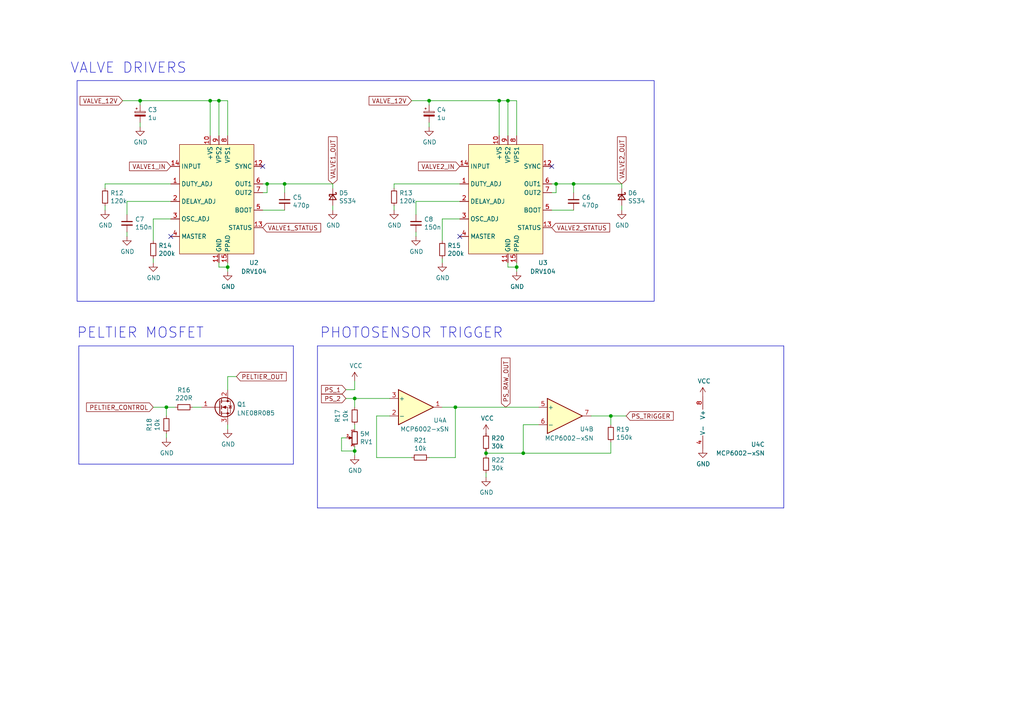
<source format=kicad_sch>
(kicad_sch (version 20230121) (generator eeschema)
  (paper "A4")
  (title_block (title "Pip Control Board") (date "2024-02-18") (rev "v3") (company "Max Hunter"))
  (lib_symbols
    (symbol "Amplifier_Operational:MCP6002-xSN" (pin_names (offset 0.127))
      (property "Reference" "U" (at 0 5.08 0))
      (property "Value" "MCP6002-xSN" (at 0 -5.08 0))
      (symbol "MCP6002-xSN_1_1"
        (polyline (pts (xy -5.08 5.08) (xy 5.08 0) (xy -5.08 -5.08) (xy -5.08 5.08)) (stroke (width 0.254)) (fill (type background)))
        (pin output line (at 7.62 0 180) (length 2.54) (name "~") (number "1"))
        (pin input line (at -7.62 -2.54 0) (length 2.54) (name "-") (number "2"))
        (pin input line (at -7.62 2.54 0) (length 2.54) (name "+") (number "3"))
      )
      (symbol "MCP6002-xSN_2_1"
        (polyline (pts (xy -5.08 5.08) (xy 5.08 0) (xy -5.08 -5.08) (xy -5.08 5.08)) (stroke (width 0.254)) (fill (type background)))
        (pin input line (at -7.62 2.54 0) (length 2.54) (name "+") (number "5"))
        (pin input line (at -7.62 -2.54 0) (length 2.54) (name "-") (number "6"))
        (pin output line (at 7.62 0 180) (length 2.54) (name "~") (number "7"))
      )
      (symbol "MCP6002-xSN_3_1"
        (pin power_in line (at -2.54 -7.62 90) (length 3.81) (name "V-") (number "4"))
        (pin power_in line (at -2.54 7.62 270) (length 3.81) (name "V+") (number "8"))
      )
    )
    (symbol "Device:C_Small" (pin_numbers hide) (pin_names (offset 0.254) hide)
      (property "Reference" "C" (at 0.254 1.778 0))
      (property "Value" "C_Small" (at 0.254 -2.032 0))
      (symbol "C_Small_0_1"
        (polyline (pts (xy -1.524 -0.508) (xy 1.524 -0.508)) (stroke (width 0.3302)))
        (polyline (pts (xy -1.524 0.508) (xy 1.524 0.508)) (stroke (width 0.3048)))
      )
      (symbol "C_Small_1_1"
        (pin passive line (at 0 2.54 270) (length 2.032) (name "~") (number "1"))
        (pin passive line (at 0 -2.54 90) (length 2.032) (name "~") (number "2"))
      )
    )
    (symbol "Device:D_Schottky_Small" (pin_numbers hide) (pin_names (offset 0.254) hide)
      (property "Reference" "D" (at -1.27 2.032 0))
      (property "Value" "D_Schottky_Small" (at -7.112 -2.032 0))
      (symbol "D_Schottky_Small_0_1"
        (polyline (pts (xy -0.762 0) (xy 0.762 0)))
        (polyline (pts (xy 0.762 -1.016) (xy -0.762 0) (xy 0.762 1.016) (xy 0.762 -1.016)) (stroke (width 0.254)))
        (polyline (pts (xy -1.27 0.762) (xy -1.27 1.016) (xy -0.762 1.016) (xy -0.762 -1.016) (xy -0.254 -1.016) (xy -0.254 -0.762)) (stroke (width 0.254)))
      )
      (symbol "D_Schottky_Small_1_1"
        (pin passive line (at -2.54 0 0) (length 1.778) (name "K") (number "1"))
        (pin passive line (at 2.54 0 180) (length 1.778) (name "A") (number "2"))
      )
    )
    (symbol "Device:Q_NMOS_GDS" (pin_names (offset 0) hide)
      (property "Reference" "Q" (at 5.08 1.27 0))
      (property "Value" "Q_NMOS_GDS" (at 5.08 -1.27 0))
      (symbol "Q_NMOS_GDS_0_1"
        (polyline (pts (xy 0.254 0) (xy -2.54 0)))
        (polyline (pts (xy 0.254 1.905) (xy 0.254 -1.905)) (stroke (width 0.254)))
        (polyline (pts (xy 0.762 -1.27) (xy 0.762 -2.286)) (stroke (width 0.254)))
        (polyline (pts (xy 0.762 0.508) (xy 0.762 -0.508)) (stroke (width 0.254)))
        (polyline (pts (xy 0.762 2.286) (xy 0.762 1.27)) (stroke (width 0.254)))
        (polyline (pts (xy 2.54 2.54) (xy 2.54 1.778)))
        (polyline (pts (xy 2.54 -2.54) (xy 2.54 0) (xy 0.762 0)))
        (polyline (pts (xy 0.762 -1.778) (xy 3.302 -1.778) (xy 3.302 1.778) (xy 0.762 1.778)))
        (polyline (pts (xy 1.016 0) (xy 2.032 0.381) (xy 2.032 -0.381) (xy 1.016 0)) (fill (type outline)))
        (polyline (pts (xy 2.794 0.508) (xy 2.921 0.381) (xy 3.683 0.381) (xy 3.81 0.254)))
        (polyline (pts (xy 3.302 0.381) (xy 2.921 -0.254) (xy 3.683 -0.254) (xy 3.302 0.381)))
        (circle (center 1.651 0) (radius 2.794) (stroke (width 0.254)))
        (circle (center 2.54 -1.778) (radius 0.254) (fill (type outline)))
        (circle (center 2.54 1.778) (radius 0.254) (fill (type outline)))
      )
      (symbol "Q_NMOS_GDS_1_1"
        (pin input line (at -5.08 0 0) (length 2.54) (name "G") (number "1"))
        (pin passive line (at 2.54 5.08 270) (length 2.54) (name "D") (number "2"))
        (pin passive line (at 2.54 -5.08 90) (length 2.54) (name "S") (number "3"))
      )
    )
    (symbol "Device:R_Small" (pin_numbers hide) (pin_names (offset 0.254) hide)
      (property "Reference" "R" (at 0.762 0.508 0))
      (property "Value" "R_Small" (at 0.762 -1.016 0))
      (symbol "R_Small_0_1"
        (rectangle (start -0.762 1.778) (end 0.762 -1.778) (stroke (width 0.2032)))
      )
      (symbol "R_Small_1_1"
        (pin passive line (at 0 2.54 270) (length 0.762) (name "~") (number "1"))
        (pin passive line (at 0 -2.54 90) (length 0.762) (name "~") (number "2"))
      )
    )
    (symbol "PipControlBoard-rescue:CP_Small-Device" (pin_numbers hide) (pin_names (offset 0.254) hide)
      (property "Reference" "C" (at 0.254 1.778 0))
      (property "Value" "CP_Small-Device" (at 0.254 -2.032 0))
      (symbol "CP_Small-Device_0_1"
        (rectangle (start -1.524 -0.3048) (end 1.524 -0.6858) (fill (type outline)))
        (rectangle (start -1.524 0.6858) (end 1.524 0.3048))
        (polyline (pts (xy -1.27 1.524) (xy -0.762 1.524)))
        (polyline (pts (xy -1.016 1.27) (xy -1.016 1.778)))
      )
      (symbol "CP_Small-Device_1_1"
        (pin passive line (at 0 2.54 270) (length 1.8542) (name "~") (number "1"))
        (pin passive line (at 0 -2.54 90) (length 1.8542) (name "~") (number "2"))
      )
    )
    (symbol "PipControlBoard-rescue:R_POT_Small-Device" (pin_names (offset 1.016) hide)
      (property "Reference" "RV" (at -4.445 0 90))
      (property "Value" "R_POT_Small-Device" (at -2.54 0 90))
      (symbol "R_POT_Small-Device_0_1"
        (polyline (pts (xy 0.889 0) (xy 0.635 0) (xy 1.651 0.381) (xy 1.651 -0.381) (xy 0.635 0) (xy 0.889 0)) (fill (type outline)))
        (rectangle (start 0.762 1.8034) (end -0.762 -1.8034) (stroke (width 0.254)))
      )
      (symbol "R_POT_Small-Device_1_1"
        (pin passive line (at 0 2.54 270) (length 0.635) (name "1") (number "1"))
        (pin passive line (at 2.54 0 180) (length 0.9906) (name "2") (number "2"))
        (pin passive line (at 0 -2.54 90) (length 0.635) (name "3") (number "3"))
      )
    )
    (symbol "maxlibrary:DRV104"
      (property "Reference" "U" (at 7.62 -13.97 0))
      (property "Value" "DRV104" (at 7.62 -16.51 0))
      (symbol "DRV104_0_0"
        (pin input line (at -13.97 10.16 0) (length 2.54) (name "DUTY_ADJ") (number "1"))
        (pin power_in line (at -2.54 24.13 270) (length 2.54) (name "+VS") (number "10"))
        (pin power_in line (at 0 -12.7 90) (length 2.54) (name "GND") (number "11"))
        (pin bidirectional line (at 12.7 15.24 180) (length 2.54) (name "SYNC") (number "12"))
        (pin output line (at 12.7 -2.54 180) (length 2.54) (name "STATUS") (number "13"))
        (pin input line (at -13.97 15.24 0) (length 2.54) (name "INPUT") (number "14"))
        (pin power_in line (at 2.54 -12.7 90) (length 2.54) (name "PPAD") (number "15"))
        (pin input line (at -13.97 5.08 0) (length 2.54) (name "DELAY_ADJ") (number "2"))
        (pin input line (at -13.97 0 0) (length 2.54) (name "OSC_ADJ") (number "3"))
        (pin input line (at -13.97 -5.08 0) (length 2.54) (name "MASTER") (number "4"))
        (pin input line (at 12.7 2.54 180) (length 2.54) (name "BOOT") (number "5"))
        (pin power_out line (at 12.7 10.16 180) (length 2.54) (name "OUT1") (number "6"))
        (pin power_out line (at 12.7 7.62 180) (length 2.54) (name "OUT2") (number "7"))
        (pin power_in line (at 2.54 24.13 270) (length 2.54) (name "VPS1") (number "8"))
        (pin power_in line (at 0 24.13 270) (length 2.54) (name "VPS2") (number "9"))
      )
      (symbol "DRV104_0_1"
        (rectangle (start 10.16 -10.16) (end -11.43 21.59) (fill (type background)))
      )
    )
    (symbol "power:GND" (power) (pin_names (offset 0))
      (property "Value" "GND" (at 0 -3.81 0))
      (symbol "GND_0_1"
        (polyline (pts (xy 0 0) (xy 0 -1.27) (xy 1.27 -1.27) (xy 0 -2.54) (xy -1.27 -1.27) (xy 0 -1.27)))
      )
      (symbol "GND_1_1"
        (pin power_in line (at 0 0 270) (length 0) hide (name "GND") (number "1"))
      )
    )
    (symbol "power:VCC" (power) (pin_names (offset 0))
      (property "Value" "VCC" (at 0 3.81 0))
      (symbol "VCC_0_1"
        (polyline (pts (xy -0.762 1.27) (xy 0 2.54)))
        (polyline (pts (xy 0 0) (xy 0 2.54)))
        (polyline (pts (xy 0 2.54) (xy 0.762 1.27)))
      )
      (symbol "VCC_1_1"
        (pin power_in line (at 0 0 90) (length 0) hide (name "VCC") (number "1"))
      )
    )
  )
  (junction (at 102.87 130.81))
  (junction (at 102.87 115.57))
  (junction (at 63.5 29.21))
  (junction (at 177.165 120.65))
  (junction (at 140.97 131.445))
  (junction (at 77.47 53.34))
  (junction (at 144.78 29.21))
  (junction (at 48.26 118.11))
  (junction (at 161.29 53.34))
  (junction (at 151.765 131.445))
  (junction (at 60.96 29.21))
  (junction (at 147.32 29.21))
  (junction (at 124.46 29.21))
  (junction (at 82.55 53.34))
  (junction (at 132.08 118.11))
  (junction (at 149.86 77.47))
  (junction (at 66.04 77.47))
  (junction (at 166.37 53.34))
  (junction (at 40.64 29.21))
  (no_connect (at 133.35 68.58))
  (no_connect (at 76.2 48.26))
  (no_connect (at 49.53 68.58))
  (no_connect (at 160.02 48.26))
  (wire (pts (xy 149.86 29.21) (xy 149.86 39.37)))
  (wire (pts (xy 181.61 120.65) (xy 177.165 120.65)))
  (wire (pts (xy 140.97 132.08) (xy 140.97 131.445)))
  (wire (pts (xy 102.87 123.19) (xy 102.87 124.46)))
  (wire (pts (xy 128.27 63.5) (xy 128.27 69.85)))
  (wire (pts (xy 140.97 138.43) (xy 140.97 137.16)))
  (wire (pts (xy 147.32 29.21) (xy 149.86 29.21)))
  (wire (pts (xy 40.64 29.21) (xy 40.64 30.48)))
  (wire (pts (xy 102.87 113.03) (xy 100.33 113.03)))
  (wire (pts (xy 114.3 53.34) (xy 133.35 53.34)))
  (polyline (pts (xy 22.86 100.33) (xy 85.09 100.33)))
  (wire (pts (xy 133.35 63.5) (xy 128.27 63.5)))
  (wire (pts (xy 177.165 120.65) (xy 177.165 123.19)))
  (wire (pts (xy 149.86 78.74) (xy 149.86 77.47)))
  (wire (pts (xy 166.37 55.88) (xy 166.37 53.34)))
  (wire (pts (xy 76.2 53.34) (xy 77.47 53.34)))
  (wire (pts (xy 30.48 53.34) (xy 49.53 53.34)))
  (wire (pts (xy 156.21 123.19) (xy 151.765 123.19)))
  (wire (pts (xy 100.33 127) (xy 99.06 127)))
  (wire (pts (xy 171.45 120.65) (xy 177.165 120.65)))
  (polyline (pts (xy 85.09 100.33) (xy 85.09 134.62)))
  (wire (pts (xy 124.46 29.21) (xy 124.46 30.48)))
  (wire (pts (xy 96.52 59.69) (xy 96.52 60.96)))
  (wire (pts (xy 109.22 132.715) (xy 119.38 132.715)))
  (wire (pts (xy 100.33 115.57) (xy 102.87 115.57)))
  (wire (pts (xy 60.96 29.21) (xy 63.5 29.21)))
  (wire (pts (xy 120.65 62.23) (xy 120.65 58.42)))
  (wire (pts (xy 166.37 53.34) (xy 180.34 53.34)))
  (wire (pts (xy 82.55 55.88) (xy 82.55 53.34)))
  (wire (pts (xy 102.87 115.57) (xy 113.03 115.57)))
  (wire (pts (xy 144.78 29.21) (xy 147.32 29.21)))
  (wire (pts (xy 60.96 29.21) (xy 60.96 39.37)))
  (wire (pts (xy 102.87 130.81) (xy 102.87 129.54)))
  (wire (pts (xy 124.46 29.21) (xy 144.78 29.21)))
  (wire (pts (xy 113.03 120.65) (xy 109.22 120.65)))
  (wire (pts (xy 151.765 131.445) (xy 177.165 131.445)))
  (wire (pts (xy 160.02 60.96) (xy 166.37 60.96)))
  (wire (pts (xy 30.48 53.34) (xy 30.48 54.61)))
  (wire (pts (xy 161.29 55.88) (xy 161.29 53.34)))
  (wire (pts (xy 66.04 109.22) (xy 66.04 113.03)))
  (wire (pts (xy 114.3 59.69) (xy 114.3 60.96)))
  (wire (pts (xy 160.02 55.88) (xy 161.29 55.88)))
  (wire (pts (xy 44.45 74.93) (xy 44.45 76.2)))
  (wire (pts (xy 120.65 67.31) (xy 120.65 68.58)))
  (wire (pts (xy 48.26 118.11) (xy 48.26 120.65)))
  (wire (pts (xy 49.53 63.5) (xy 44.45 63.5)))
  (wire (pts (xy 77.47 55.88) (xy 77.47 53.34)))
  (wire (pts (xy 151.765 123.19) (xy 151.765 131.445)))
  (wire (pts (xy 160.02 53.34) (xy 161.29 53.34)))
  (wire (pts (xy 109.22 120.65) (xy 109.22 132.715)))
  (wire (pts (xy 149.86 77.47) (xy 149.86 76.2)))
  (wire (pts (xy 132.08 118.11) (xy 156.21 118.11)))
  (polyline (pts (xy 92.075 100.33) (xy 92.075 147.32)))
  (wire (pts (xy 120.65 58.42) (xy 133.35 58.42)))
  (wire (pts (xy 66.04 77.47) (xy 63.5 77.47)))
  (wire (pts (xy 124.46 35.56) (xy 124.46 36.83)))
  (polyline (pts (xy 92.075 100.33) (xy 227.33 100.33)))
  (wire (pts (xy 82.55 53.34) (xy 96.52 53.34)))
  (polyline (pts (xy 227.33 147.32) (xy 227.33 100.33)))
  (wire (pts (xy 140.97 131.445) (xy 151.765 131.445)))
  (wire (pts (xy 147.32 77.47) (xy 147.32 76.2)))
  (wire (pts (xy 66.04 77.47) (xy 66.04 76.2)))
  (wire (pts (xy 40.64 29.21) (xy 60.96 29.21)))
  (polyline (pts (xy 92.075 147.32) (xy 227.33 147.32)))
  (wire (pts (xy 102.87 110.49) (xy 102.87 113.03)))
  (wire (pts (xy 128.27 74.93) (xy 128.27 76.2)))
  (wire (pts (xy 66.04 29.21) (xy 66.04 39.37)))
  (wire (pts (xy 102.87 132.08) (xy 102.87 130.81)))
  (wire (pts (xy 96.52 53.34) (xy 96.52 54.61)))
  (wire (pts (xy 50.8 118.11) (xy 48.26 118.11)))
  (wire (pts (xy 99.06 127) (xy 99.06 130.81)))
  (wire (pts (xy 36.83 67.31) (xy 36.83 68.58)))
  (wire (pts (xy 102.87 115.57) (xy 102.87 118.11)))
  (wire (pts (xy 180.34 59.69) (xy 180.34 60.96)))
  (wire (pts (xy 58.42 118.11) (xy 55.88 118.11)))
  (wire (pts (xy 44.45 63.5) (xy 44.45 69.85)))
  (wire (pts (xy 128.27 118.11) (xy 132.08 118.11)))
  (wire (pts (xy 177.165 128.27) (xy 177.165 131.445)))
  (polyline (pts (xy 22.86 134.62) (xy 22.86 100.33)))
  (wire (pts (xy 119.38 29.21) (xy 124.46 29.21)))
  (wire (pts (xy 40.64 35.56) (xy 40.64 36.83)))
  (wire (pts (xy 63.5 29.21) (xy 66.04 29.21)))
  (wire (pts (xy 76.2 55.88) (xy 77.47 55.88)))
  (wire (pts (xy 36.83 62.23) (xy 36.83 58.42)))
  (wire (pts (xy 63.5 29.21) (xy 63.5 39.37)))
  (wire (pts (xy 149.86 77.47) (xy 147.32 77.47)))
  (wire (pts (xy 35.56 29.21) (xy 40.64 29.21)))
  (wire (pts (xy 30.48 59.69) (xy 30.48 60.96)))
  (wire (pts (xy 180.34 53.34) (xy 180.34 54.61)))
  (wire (pts (xy 132.08 118.11) (xy 132.08 132.715)))
  (wire (pts (xy 77.47 53.34) (xy 82.55 53.34)))
  (wire (pts (xy 114.3 53.34) (xy 114.3 54.61)))
  (wire (pts (xy 68.58 109.22) (xy 66.04 109.22)))
  (wire (pts (xy 48.26 118.11) (xy 44.45 118.11)))
  (wire (pts (xy 140.97 131.445) (xy 140.97 130.81)))
  (wire (pts (xy 76.2 60.96) (xy 82.55 60.96)))
  (wire (pts (xy 66.04 78.74) (xy 66.04 77.47)))
  (wire (pts (xy 161.29 53.34) (xy 166.37 53.34)))
  (wire (pts (xy 144.78 29.21) (xy 144.78 39.37)))
  (wire (pts (xy 66.04 124.46) (xy 66.04 123.19)))
  (polyline (pts (xy 85.09 134.62) (xy 22.86 134.62)))
  (wire (pts (xy 147.32 29.21) (xy 147.32 39.37)))
  (wire (pts (xy 48.26 125.73) (xy 48.26 127)))
  (wire (pts (xy 36.83 58.42) (xy 49.53 58.42)))
  (wire (pts (xy 63.5 77.47) (xy 63.5 76.2)))
  (wire (pts (xy 99.06 130.81) (xy 102.87 130.81)))
  (wire (pts (xy 132.08 132.715) (xy 124.46 132.715)))
  (rectangle (start 22.352 23.368) (end 189.738 87.376))
  (text "PHOTOSENSOR TRIGGER" (at 92.71 98.425 0) (effects (font (size 2.9972 2.9972)) (justify left bottom)))
  (text "PELTIER MOSFET" (at 22.225 98.425 0) (effects (font (size 2.9972 2.9972)) (justify left bottom)))
  (text "VALVE DRIVERS" (at 20.32 21.59 0) (effects (font (size 2.9972 2.9972)) (justify left bottom)))
  (global_label "VALVE2_OUT" (shape input) (at 180.34 53.34 90) (property "Intersheetrefs" "${INTERSHEET_REFS}" (effects hide)))
  (global_label "VALVE_12V" (shape input) (at 119.38 29.21 180) (property "Intersheetrefs" "${INTERSHEET_REFS}" (effects hide)))
  (global_label "VALVE_12V" (shape input) (at 35.56 29.21 180) (property "Intersheetrefs" "${INTERSHEET_REFS}" (effects hide)))
  (global_label "PS_2" (shape input) (at 100.33 115.57 180) (property "Intersheetrefs" "${INTERSHEET_REFS}" (effects hide)))
  (global_label "PS_RAW_OUT" (shape input) (at 146.685 118.11 90) (property "Intersheetrefs" "${INTERSHEET_REFS}" (effects hide)))
  (global_label "PS_TRIGGER" (shape input) (at 181.61 120.65 0) (property "Intersheetrefs" "${INTERSHEET_REFS}" (effects hide)))
  (global_label "PELTIER_CONTROL" (shape input) (at 44.45 118.11 180) (property "Intersheetrefs" "${INTERSHEET_REFS}" (effects hide)))
  (global_label "VALVE2_IN" (shape input) (at 133.35 48.26 180) (property "Intersheetrefs" "${INTERSHEET_REFS}" (effects hide)))
  (global_label "PS_1" (shape input) (at 100.33 113.03 180) (property "Intersheetrefs" "${INTERSHEET_REFS}" (effects hide)))
  (global_label "VALVE1_STATUS" (shape input) (at 76.2 66.04 0) (property "Intersheetrefs" "${INTERSHEET_REFS}" (effects hide)))
  (global_label "VALVE1_OUT" (shape input) (at 96.52 53.34 90) (property "Intersheetrefs" "${INTERSHEET_REFS}" (effects hide)))
  (global_label "VALVE2_STATUS" (shape input) (at 160.02 66.04 0) (property "Intersheetrefs" "${INTERSHEET_REFS}" (effects hide)))
  (global_label "VALVE1_IN" (shape input) (at 49.53 48.26 180) (property "Intersheetrefs" "${INTERSHEET_REFS}" (effects hide)))
  (global_label "PELTIER_OUT" (shape input) (at 68.58 109.22 0) (property "Intersheetrefs" "${INTERSHEET_REFS}" (effects hide)))
  (symbol (lib_id "maxlibrary:DRV104") (at 63.5 63.5 0) (unit 1)
    (property "Reference" "U2" (at 73.66 76.2 0))
    (property "Value" "DRV104" (at 73.66 78.74 0))
    (property "Footprint" "Package_SO:HTSSOP-14-1EP_4.4x5mm_P0.65mm_EP3.4x5mm_Mask3x3.1mm_ThermalVias" (effects hide))
    (property "Datasheet" "http://www.ti.com/lit/ds/symlink/drv2510-q1.pdf" (effects hide))
    (property "LCSC Part #" "C1556572" (effects hide))
  )
  (symbol (lib_id "power:GND") (at 66.04 78.74 0) (unit 1)
    (property "Reference" "#PWR037" (effects hide))
    (property "Value" "GND" (at 66.167 83.1342 0))
  )
  (symbol (lib_id "PipControlBoard-rescue:CP_Small-Device") (at 40.64 33.02 0) (unit 1)
    (property "Reference" "C3" (at 42.8752 31.8516 0) (effects (justify left)))
    (property "Value" "1u" (at 42.8752 34.163 0) (effects (justify left)))
    (property "Footprint" "Capacitor_SMD:C_0603_1608Metric" (effects hide))
    (property "LCSC Part #" "C15849" (effects hide))
  )
  (symbol (lib_id "power:GND") (at 40.64 36.83 0) (unit 1)
    (property "Reference" "#PWR027" (effects hide))
    (property "Value" "GND" (at 40.767 41.2242 0))
  )
  (symbol (lib_id "Device:C_Small") (at 82.55 58.42 0) (unit 1)
    (property "Reference" "C5" (at 84.8868 57.2516 0) (effects (justify left)))
    (property "Value" "470p" (at 84.8868 59.563 0) (effects (justify left)))
    (property "Footprint" "Capacitor_SMD:C_0603_1608Metric" (effects hide))
    (property "LCSC Part #" "C1620" (effects hide))
  )
  (symbol (lib_id "Device:D_Schottky_Small") (at 96.52 57.15 270) (unit 1)
    (property "Reference" "D5" (at 98.298 55.9816 90) (effects (justify left)))
    (property "Value" "SS34" (at 98.298 58.293 90) (effects (justify left)))
    (property "Footprint" "Diode_SMD:D_SMA" (effects hide))
    (property "LCSC Part #" "C8678" (effects hide))
  )
  (symbol (lib_id "power:GND") (at 96.52 60.96 0) (unit 1)
    (property "Reference" "#PWR030" (effects hide))
    (property "Value" "GND" (at 96.647 65.3542 0))
  )
  (symbol (lib_id "Device:R_Small") (at 30.48 57.15 0) (unit 1)
    (property "Reference" "R12" (at 31.9786 55.9816 0) (effects (justify left)))
    (property "Value" "120k" (at 31.9786 58.293 0) (effects (justify left)))
    (property "Footprint" "Resistor_SMD:R_0805_2012Metric" (effects hide))
    (property "LCSC Part #" "C17436" (effects hide))
  )
  (symbol (lib_id "Device:R_Small") (at 44.45 72.39 0) (unit 1)
    (property "Reference" "R14" (at 45.9486 71.2216 0) (effects (justify left)))
    (property "Value" "200k" (at 45.9486 73.533 0) (effects (justify left)))
    (property "Footprint" "Resistor_SMD:R_0805_2012Metric" (effects hide))
    (property "LCSC Part #" "C17539" (effects hide))
  )
  (symbol (lib_id "Device:C_Small") (at 36.83 64.77 0) (unit 1)
    (property "Reference" "C7" (at 39.1668 63.6016 0) (effects (justify left)))
    (property "Value" "150n" (at 39.1668 65.913 0) (effects (justify left)))
    (property "Footprint" "Capacitor_SMD:C_0805_2012Metric" (effects hide))
    (property "LCSC Part #" "C408124" (effects hide))
  )
  (symbol (lib_id "power:GND") (at 36.83 68.58 0) (unit 1)
    (property "Reference" "#PWR033" (effects hide))
    (property "Value" "GND" (at 36.957 72.9742 0))
  )
  (symbol (lib_id "power:GND") (at 30.48 60.96 0) (unit 1)
    (property "Reference" "#PWR029" (effects hide))
    (property "Value" "GND" (at 30.607 65.3542 0))
  )
  (symbol (lib_id "power:GND") (at 44.45 76.2 0) (unit 1)
    (property "Reference" "#PWR035" (effects hide))
    (property "Value" "GND" (at 44.577 80.5942 0))
  )
  (symbol (lib_id "maxlibrary:DRV104") (at 147.32 63.5 0) (unit 1)
    (property "Reference" "U3" (at 157.48 76.2 0))
    (property "Value" "DRV104" (at 157.48 78.74 0))
    (property "Footprint" "Package_SO:HTSSOP-14-1EP_4.4x5mm_P0.65mm_EP3.4x5mm_Mask3x3.1mm_ThermalVias" (effects hide))
    (property "Datasheet" "http://www.ti.com/lit/ds/symlink/drv2510-q1.pdf" (effects hide))
    (property "LCSC Part #" "C1556572" (effects hide))
  )
  (symbol (lib_id "power:GND") (at 149.86 78.74 0) (unit 1)
    (property "Reference" "#PWR038" (effects hide))
    (property "Value" "GND" (at 149.987 83.1342 0))
  )
  (symbol (lib_id "PipControlBoard-rescue:CP_Small-Device") (at 124.46 33.02 0) (unit 1)
    (property "Reference" "C4" (at 126.6952 31.8516 0) (effects (justify left)))
    (property "Value" "1u" (at 126.6952 34.163 0) (effects (justify left)))
    (property "Footprint" "Capacitor_SMD:C_0603_1608Metric" (effects hide))
    (property "LCSC Part #" "C15849" (effects hide))
  )
  (symbol (lib_id "power:GND") (at 124.46 36.83 0) (unit 1)
    (property "Reference" "#PWR028" (effects hide))
    (property "Value" "GND" (at 124.587 41.2242 0))
  )
  (symbol (lib_id "Device:C_Small") (at 166.37 58.42 0) (unit 1)
    (property "Reference" "C6" (at 168.7068 57.2516 0) (effects (justify left)))
    (property "Value" "470p" (at 168.7068 59.563 0) (effects (justify left)))
    (property "Footprint" "Capacitor_SMD:C_0603_1608Metric" (effects hide))
    (property "LCSC Part #" "C1620" (effects hide))
  )
  (symbol (lib_id "Device:D_Schottky_Small") (at 180.34 57.15 270) (unit 1)
    (property "Reference" "D6" (at 182.118 55.9816 90) (effects (justify left)))
    (property "Value" "SS34" (at 182.118 58.293 90) (effects (justify left)))
    (property "Footprint" "Diode_SMD:D_SMA" (effects hide))
    (property "LCSC Part #" "C8678" (effects hide))
  )
  (symbol (lib_id "power:GND") (at 180.34 60.96 0) (unit 1)
    (property "Reference" "#PWR032" (effects hide))
    (property "Value" "GND" (at 180.467 65.3542 0))
  )
  (symbol (lib_id "Device:R_Small") (at 114.3 57.15 0) (unit 1)
    (property "Reference" "R13" (at 115.7986 55.9816 0) (effects (justify left)))
    (property "Value" "120k" (at 115.7986 58.293 0) (effects (justify left)))
    (property "Footprint" "Resistor_SMD:R_0805_2012Metric" (effects hide))
    (property "LCSC Part #" "C17436" (effects hide))
  )
  (symbol (lib_id "Device:R_Small") (at 128.27 72.39 0) (unit 1)
    (property "Reference" "R15" (at 129.7686 71.2216 0) (effects (justify left)))
    (property "Value" "200k" (at 129.7686 73.533 0) (effects (justify left)))
    (property "Footprint" "Resistor_SMD:R_0805_2012Metric" (effects hide))
    (property "LCSC Part #" "C17539" (effects hide))
  )
  (symbol (lib_id "Device:C_Small") (at 120.65 64.77 0) (unit 1)
    (property "Reference" "C8" (at 122.9868 63.6016 0) (effects (justify left)))
    (property "Value" "150n" (at 122.9868 65.913 0) (effects (justify left)))
    (property "Footprint" "Capacitor_SMD:C_0805_2012Metric" (effects hide))
    (property "LCSC Part #" "C408124" (effects hide))
  )
  (symbol (lib_id "power:GND") (at 120.65 68.58 0) (unit 1)
    (property "Reference" "#PWR034" (effects hide))
    (property "Value" "GND" (at 120.777 72.9742 0))
  )
  (symbol (lib_id "power:GND") (at 114.3 60.96 0) (unit 1)
    (property "Reference" "#PWR031" (effects hide))
    (property "Value" "GND" (at 114.427 65.3542 0))
  )
  (symbol (lib_id "power:GND") (at 128.27 76.2 0) (unit 1)
    (property "Reference" "#PWR036" (effects hide))
    (property "Value" "GND" (at 128.397 80.5942 0))
  )
  (symbol (lib_id "Device:R_Small") (at 53.34 118.11 270) (unit 1)
    (property "Reference" "R16" (at 53.34 113.1316 90))
    (property "Value" "220R" (at 53.34 115.443 90))
    (property "Footprint" "Resistor_SMD:R_0805_2012Metric" (effects hide))
    (property "LCSC Part #" "C17557" (effects hide))
  )
  (symbol (lib_id "power:GND") (at 66.04 124.46 0) (unit 1)
    (property "Reference" "#PWR041" (effects hide))
    (property "Value" "GND" (at 66.167 128.8542 0))
  )
  (symbol (lib_id "PipControlBoard-rescue:R_POT_Small-Device") (at 102.87 127 0) (mirror y) (unit 1)
    (property "Reference" "RV1" (at 104.394 128.1684 0) (effects (justify right)))
    (property "Value" "5M" (at 104.394 125.857 0) (effects (justify right)))
    (property "Footprint" "Potentiometer_THT:Potentiometer_Bourns_3296W_Vertical" (effects hide))
    (property "LCSC Part #" "C780121" (effects hide))
  )
  (symbol (lib_id "power:VCC") (at 102.87 110.49 0) (unit 1)
    (property "Reference" "#PWR039" (effects hide))
    (property "Value" "VCC" (at 103.251 106.0958 0))
  )
  (symbol (lib_id "power:GND") (at 102.87 132.08 0) (unit 1)
    (property "Reference" "#PWR045" (effects hide))
    (property "Value" "GND" (at 102.997 136.4742 0))
  )
  (symbol (lib_id "Device:R_Small") (at 177.165 125.73 0) (unit 1)
    (property "Reference" "R19" (at 178.6636 124.5616 0) (effects (justify left)))
    (property "Value" "150k" (at 178.6636 126.873 0) (effects (justify left)))
    (property "Footprint" "Resistor_SMD:R_0805_2012Metric" (effects hide))
    (property "LCSC Part #" "C17470" (effects hide))
  )
  (symbol (lib_id "power:VCC") (at 140.97 125.73 0) (unit 1)
    (property "Reference" "#PWR042" (effects hide))
    (property "Value" "VCC" (at 141.351 121.3358 0))
  )
  (symbol (lib_id "Device:R_Small") (at 140.97 128.27 0) (unit 1)
    (property "Reference" "R20" (at 142.4686 127.1016 0) (effects (justify left)))
    (property "Value" "30k" (at 142.4686 129.413 0) (effects (justify left)))
    (property "Footprint" "Resistor_SMD:R_0805_2012Metric" (effects hide))
    (property "LCSC Part #" "C17621" (effects hide))
  )
  (symbol (lib_id "Device:R_Small") (at 140.97 134.62 0) (unit 1)
    (property "Reference" "R22" (at 142.4686 133.4516 0) (effects (justify left)))
    (property "Value" "30k" (at 142.4686 135.763 0) (effects (justify left)))
    (property "Footprint" "Resistor_SMD:R_0805_2012Metric" (effects hide))
    (property "LCSC Part #" "C17621" (effects hide))
  )
  (symbol (lib_id "power:GND") (at 140.97 138.43 0) (unit 1)
    (property "Reference" "#PWR046" (effects hide))
    (property "Value" "GND" (at 141.097 142.8242 0))
  )
  (symbol (lib_id "Amplifier_Operational:MCP6002-xSN") (at 206.375 122.555 0) (unit 3)
    (property "Reference" "U4" (at 217.805 128.905 0) (effects (justify left)))
    (property "Value" "MCP6002-xSN" (at 207.645 131.445 0) (effects (justify left)))
    (property "Footprint" "Package_SO:SOIC-8_3.9x4.9mm_P1.27mm" (effects hide))
    (property "Datasheet" "http://ww1.microchip.com/downloads/en/DeviceDoc/21733j.pdf" (effects hide))
    (property "LCSC Part #" "C7377" (effects hide))
  )
  (symbol (lib_id "Device:R_Small") (at 121.92 132.715 270) (unit 1)
    (property "Reference" "R21" (at 121.92 127.7366 90))
    (property "Value" "10k" (at 121.92 130.048 90))
    (property "Footprint" "Resistor_SMD:R_0805_2012Metric" (effects hide))
    (property "LCSC Part #" "C17414" (effects hide))
  )
  (symbol (lib_id "Device:R_Small") (at 48.26 123.19 0) (unit 1)
    (property "Reference" "R18" (at 43.2816 123.19 90))
    (property "Value" "10k" (at 45.593 123.19 90))
    (property "Footprint" "Resistor_SMD:R_0805_2012Metric" (effects hide))
    (property "LCSC Part #" "C17414" (effects hide))
  )
  (symbol (lib_id "power:VCC") (at 203.835 114.935 0) (unit 1)
    (property "Reference" "#PWR040" (effects hide))
    (property "Value" "VCC" (at 204.216 110.5408 0))
  )
  (symbol (lib_id "power:GND") (at 48.26 127 0) (unit 1)
    (property "Reference" "#PWR043" (effects hide))
    (property "Value" "GND" (at 48.387 131.3942 0))
  )
  (symbol (lib_id "power:GND") (at 203.835 130.175 0) (unit 1)
    (property "Reference" "#PWR044" (effects hide))
    (property "Value" "GND" (at 203.962 134.5692 0))
  )
  (symbol (lib_id "Device:Q_NMOS_GDS") (at 63.5 118.11 0) (unit 1)
    (property "Reference" "Q1" (at 68.707 117.2753 0) (effects (justify left)))
    (property "Value" "LNE08R085" (at 68.707 119.8122 0) (effects (justify left)))
    (property "Footprint" "Package_TO_SOT_SMD:TO-263-2" (effects hide))
    (property "LCSC Part #" "C483709" (effects hide))
  )
  (symbol (lib_id "Device:R_Small") (at 102.87 120.65 0) (unit 1)
    (property "Reference" "R17" (at 97.8916 120.65 90))
    (property "Value" "10k" (at 100.203 120.65 90))
    (property "Footprint" "Resistor_SMD:R_0805_2012Metric" (effects hide))
    (property "LCSC Part #" "C17414" (effects hide))
  )
  (symbol (lib_id "Amplifier_Operational:MCP6002-xSN") (at 120.65 118.11 0) (unit 1)
    (property "Reference" "U4" (at 127.635 121.92 0))
    (property "Value" "MCP6002-xSN" (at 123.19 124.46 0))
    (property "Footprint" "Package_SO:SOIC-8_3.9x4.9mm_P1.27mm" (effects hide))
    (property "Datasheet" "http://ww1.microchip.com/downloads/en/DeviceDoc/21733j.pdf" (effects hide))
    (property "LCSC Part #" "C7377" (effects hide))
  )
  (symbol (lib_id "Amplifier_Operational:MCP6002-xSN") (at 163.83 120.65 0) (unit 2)
    (property "Reference" "U4" (at 170.18 124.46 0))
    (property "Value" "MCP6002-xSN" (at 165.1 127.1071 0))
    (property "Footprint" "Package_SO:SOIC-8_3.9x4.9mm_P1.27mm" (effects hide))
    (property "Datasheet" "http://ww1.microchip.com/downloads/en/DeviceDoc/21733j.pdf" (effects hide))
    (property "LCSC Part #" "C7377" (effects hide))
  )
)
</source>
